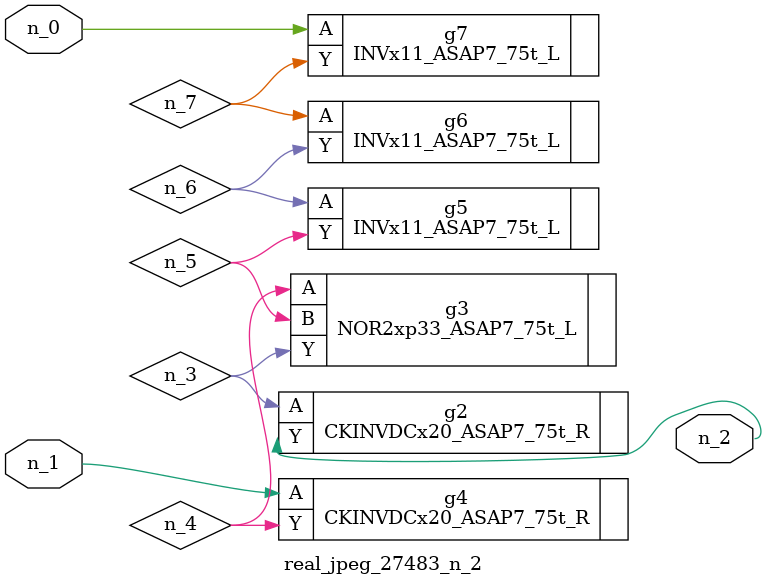
<source format=v>
module real_jpeg_27483_n_2 (n_1, n_0, n_2);

input n_1;
input n_0;

output n_2;

wire n_5;
wire n_4;
wire n_6;
wire n_7;
wire n_3;

INVx11_ASAP7_75t_L g7 ( 
.A(n_0),
.Y(n_7)
);

CKINVDCx20_ASAP7_75t_R g4 ( 
.A(n_1),
.Y(n_4)
);

CKINVDCx20_ASAP7_75t_R g2 ( 
.A(n_3),
.Y(n_2)
);

NOR2xp33_ASAP7_75t_L g3 ( 
.A(n_4),
.B(n_5),
.Y(n_3)
);

INVx11_ASAP7_75t_L g5 ( 
.A(n_6),
.Y(n_5)
);

INVx11_ASAP7_75t_L g6 ( 
.A(n_7),
.Y(n_6)
);


endmodule
</source>
